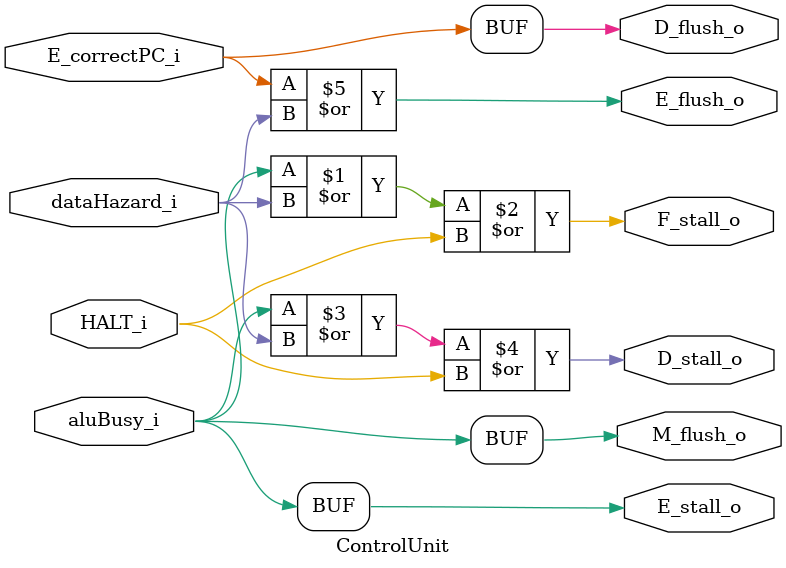
<source format=v>
/*************************************************
 *File----------ControlUnit.v
 *Project-------Risc-V-FPGA
 *License-------GNU GPL-3.0
 *Author--------Justin Kachele
 *Created-------Tuesday Dec 02, 2025 20:26:52 UTC
 ************************************************/

module ControlUnit (
        input  wire HALT_i,
        input  wire dataHazard_i,
        input  wire aluBusy_i,
        input  wire E_correctPC_i,
        output wire F_stall_o,
        output wire D_stall_o,
        output wire E_stall_o,
        output wire D_flush_o,
        output wire E_flush_o,
        output wire M_flush_o
);

assign F_stall_o = aluBusy_i | dataHazard_i | HALT_i;
assign D_stall_o = aluBusy_i | dataHazard_i | HALT_i;
assign E_stall_o = aluBusy_i;

assign D_flush_o = E_correctPC_i;
assign E_flush_o = E_correctPC_i | dataHazard_i;
assign M_flush_o = aluBusy_i;

endmodule


</source>
